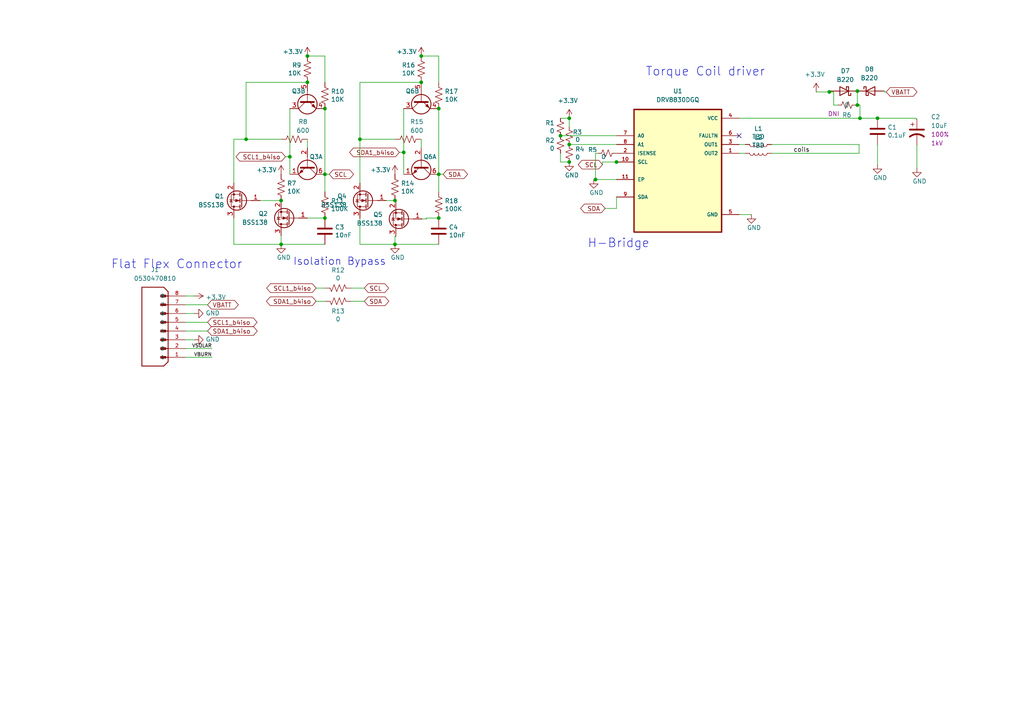
<source format=kicad_sch>
(kicad_sch (version 20230121) (generator eeschema)
  (paper "A4")
  (lib_symbols
    (symbol "Connector8_0530470810:0530470810" (pin_names (offset 1.016))
      (property "Reference" "J" (at 0 11.43 0))
      (property "Value" "0530470810" (at 0 -15.24 0))
      (symbol "0530470810_0_0"
        (polyline (pts (xy 0 -11.43) (xy 1.27 -12.7)) (stroke (width 0.254)))
        (polyline (pts (xy 0 -10.16) (xy 1.905 -10.16)) (stroke (width 0.254)))
        (polyline (pts (xy 0 -7.62) (xy 1.905 -7.62)) (stroke (width 0.254)))
        (polyline (pts (xy 0 -5.08) (xy 1.905 -5.08)) (stroke (width 0.254)))
        (polyline (pts (xy 0 -2.54) (xy 1.905 -2.54)) (stroke (width 0.254)))
        (polyline (pts (xy 0 0) (xy 1.905 0)) (stroke (width 0.254)))
        (polyline (pts (xy 0 2.54) (xy 1.905 2.54)) (stroke (width 0.254)))
        (polyline (pts (xy 0 5.08) (xy 1.905 5.08)) (stroke (width 0.254)))
        (polyline (pts (xy 0 7.62) (xy 0 -11.43)) (stroke (width 0.254)))
        (polyline (pts (xy 0 7.62) (xy 1.905 7.62)) (stroke (width 0.254)))
        (polyline (pts (xy 0 8.89) (xy 0 7.62)) (stroke (width 0.254)))
        (polyline (pts (xy 0 8.89) (xy 1.27 10.16)) (stroke (width 0.254)))
        (polyline (pts (xy 1.27 -12.7) (xy 7.62 -12.7)) (stroke (width 0.254)))
        (polyline (pts (xy 7.62 -12.7) (xy 7.62 10.16)) (stroke (width 0.254)))
        (polyline (pts (xy 7.62 10.16) (xy 1.27 10.16)) (stroke (width 0.254)))
        (rectangle (start 0.635 -10.4775) (end 2.2225 -9.8425) (stroke (width 0.1)) (fill (type outline)))
        (rectangle (start 0.635 -7.9375) (end 2.2225 -7.3025) (stroke (width 0.1)) (fill (type outline)))
        (rectangle (start 0.635 -5.3975) (end 2.2225 -4.7625) (stroke (width 0.1)) (fill (type outline)))
        (rectangle (start 0.635 -2.8575) (end 2.2225 -2.2225) (stroke (width 0.1)) (fill (type outline)))
        (rectangle (start 0.635 -0.3175) (end 2.2225 0.3175) (stroke (width 0.1)) (fill (type outline)))
        (rectangle (start 0.635 2.2225) (end 2.2225 2.8575) (stroke (width 0.1)) (fill (type outline)))
        (rectangle (start 0.635 4.7625) (end 2.2225 5.3975) (stroke (width 0.1)) (fill (type outline)))
        (rectangle (start 0.635 7.3025) (end 2.2225 7.9375) (stroke (width 0.1)) (fill (type outline)))
        (pin passive line (at -5.08 7.62 0) (length 5.08) (name "1") (number "1"))
        (pin passive line (at -5.08 5.08 0) (length 5.08) (name "2") (number "2"))
        (pin passive line (at -5.08 2.54 0) (length 5.08) (name "3") (number "3"))
        (pin passive line (at -5.08 0 0) (length 5.08) (name "4") (number "4"))
        (pin passive line (at -5.08 -2.54 0) (length 5.08) (name "5") (number "5"))
        (pin passive line (at -5.08 -5.08 0) (length 5.08) (name "6") (number "6"))
        (pin passive line (at -5.08 -7.62 0) (length 5.08) (name "7") (number "7"))
        (pin passive line (at -5.08 -10.16 0) (length 5.08) (name "8") (number "8"))
      )
    )
    (symbol "DRV8830DGQ:DRV8830DGQ" (pin_names (offset 1.016))
      (property "Reference" "U" (at -12.7 18.78 0))
      (property "Value" "DRV8830DGQ" (at -12.7 -21.78 0))
      (symbol "DRV8830DGQ_0_0"
        (rectangle (start -12.7 -17.78) (end 12.7 17.78) (stroke (width 0.41)) (fill (type background)))
        (pin output line (at 17.78 5.08 180) (length 5.08) (name "OUT2") (number "1"))
        (pin input line (at -17.78 2.54 0) (length 5.08) (name "SCL") (number "10"))
        (pin bidirectional line (at -17.78 -2.54 0) (length 5.08) (name "EP") (number "11"))
        (pin input line (at -17.78 5.08 0) (length 5.08) (name "ISENSE") (number "2"))
        (pin output line (at 17.78 7.62 180) (length 5.08) (name "OUT1") (number "3"))
        (pin power_in line (at 17.78 15.24 180) (length 5.08) (name "VCC") (number "4"))
        (pin power_in line (at 17.78 -12.7 180) (length 5.08) (name "GND") (number "5"))
        (pin output line (at 17.78 10.16 180) (length 5.08) (name "FAULTN") (number "6"))
        (pin input line (at -17.78 10.16 0) (length 5.08) (name "A0") (number "7"))
        (pin input line (at -17.78 7.62 0) (length 5.08) (name "A1") (number "8"))
        (pin bidirectional line (at -17.78 -7.62 0) (length 5.08) (name "SDA") (number "9"))
      )
    )
    (symbol "Device:C" (pin_numbers hide) (pin_names (offset 0.254))
      (property "Reference" "C" (at 0.635 2.54 0))
      (property "Value" "C" (at 0.635 -2.54 0))
      (symbol "C_0_1"
        (polyline (pts (xy -2.032 -0.762) (xy 2.032 -0.762)) (stroke (width 0.508)))
        (polyline (pts (xy -2.032 0.762) (xy 2.032 0.762)) (stroke (width 0.508)))
      )
      (symbol "C_1_1"
        (pin passive line (at 0 3.81 270) (length 2.794) (name "~") (number "1"))
        (pin passive line (at 0 -3.81 90) (length 2.794) (name "~") (number "2"))
      )
    )
    (symbol "Device:L" (pin_numbers hide) (pin_names (offset 1.016) hide)
      (property "Reference" "L" (at -1.27 0 90))
      (property "Value" "L" (at 1.905 0 90))
      (symbol "L_0_1"
        (arc (start 0 -2.54) (mid 0.6323 -1.905) (end 0 -1.27))
        (arc (start 0 -1.27) (mid 0.6323 -0.635) (end 0 0))
        (arc (start 0 0) (mid 0.6323 0.635) (end 0 1.27))
        (arc (start 0 1.27) (mid 0.6323 1.905) (end 0 2.54))
      )
      (symbol "L_1_1"
        (pin passive line (at 0 3.81 270) (length 1.27) (name "1") (number "1"))
        (pin passive line (at 0 -3.81 90) (length 1.27) (name "2") (number "2"))
      )
    )
    (symbol "Device:R_Small_US" (pin_numbers hide) (pin_names (offset 0.254) hide)
      (property "Reference" "R" (at 0.762 0.508 0))
      (property "Value" "R_Small_US" (at 0.762 -1.016 0))
      (symbol "R_Small_US_1_1"
        (polyline (pts (xy 0 0) (xy 1.016 -0.381) (xy 0 -0.762) (xy -1.016 -1.143) (xy 0 -1.524)))
        (polyline (pts (xy 0 1.524) (xy 1.016 1.143) (xy 0 0.762) (xy -1.016 0.381) (xy 0 0)))
        (pin passive line (at 0 2.54 270) (length 1.016) (name "~") (number "1"))
        (pin passive line (at 0 -2.54 90) (length 1.016) (name "~") (number "2"))
      )
    )
    (symbol "Device:R_US" (pin_numbers hide) (pin_names (offset 0))
      (property "Reference" "R" (at 2.54 0 90))
      (property "Value" "R_US" (at -2.54 0 90))
      (symbol "R_US_0_1"
        (polyline (pts (xy 0 -2.286) (xy 0 -2.54)))
        (polyline (pts (xy 0 2.286) (xy 0 2.54)))
        (polyline (pts (xy 0 -0.762) (xy 1.016 -1.143) (xy 0 -1.524) (xy -1.016 -1.905) (xy 0 -2.286)))
        (polyline (pts (xy 0 0.762) (xy 1.016 0.381) (xy 0 0) (xy -1.016 -0.381) (xy 0 -0.762)))
        (polyline (pts (xy 0 2.286) (xy 1.016 1.905) (xy 0 1.524) (xy -1.016 1.143) (xy 0 0.762)))
      )
      (symbol "R_US_1_1"
        (pin passive line (at 0 3.81 270) (length 1.27) (name "~") (number "1"))
        (pin passive line (at 0 -3.81 90) (length 1.27) (name "~") (number "2"))
      )
    )
    (symbol "Diode:B220" (pin_numbers hide) (pin_names (offset 1.016) hide)
      (property "Reference" "D" (at 0 2.54 0))
      (property "Value" "B220" (at 0 -2.54 0))
      (symbol "B220_0_1"
        (polyline (pts (xy 1.27 0) (xy -1.27 0)))
        (polyline (pts (xy 1.27 1.27) (xy 1.27 -1.27) (xy -1.27 0) (xy 1.27 1.27)) (stroke (width 0.254)))
        (polyline (pts (xy -1.905 0.635) (xy -1.905 1.27) (xy -1.27 1.27) (xy -1.27 -1.27) (xy -0.635 -1.27) (xy -0.635 -0.635)) (stroke (width 0.254)))
      )
      (symbol "B220_1_1"
        (pin passive line (at -3.81 0 0) (length 2.54) (name "K") (number "1"))
        (pin passive line (at 3.81 0 180) (length 2.54) (name "A") (number "2"))
      )
    )
    (symbol "SparkFun-Capacitor:C_Polarized" (pin_numbers hide) (pin_names (offset 0.254) hide)
      (property "Reference" "C" (at 0.635 2.54 0))
      (property "Value" "C_Polarized" (at 0.635 -2.54 0))
      (property "Tolerance" "100%" (at 0 -10.16 0))
      (property "Voltage" "1kV" (at 0 -7.62 0))
      (symbol "C_Polarized_0_1"
        (polyline (pts (xy -2.032 0.762) (xy 2.032 0.762)) (stroke (width 0.508)))
        (polyline (pts (xy -1.778 2.286) (xy -0.762 2.286)))
        (polyline (pts (xy -1.27 1.778) (xy -1.27 2.794)))
        (arc (start 2.032 -1.27) (mid 0 -0.5572) (end -2.032 -1.27) (stroke (width 0.508)))
      )
      (symbol "C_Polarized_1_1"
        (pin passive line (at 0 3.81 270) (length 2.794) (name "~") (number "1"))
        (pin passive line (at 0 -3.81 90) (length 3.302) (name "~") (number "2"))
      )
    )
    (symbol "Transistor_BJT:MBT2222ADW1T1" (pin_names (offset 0) hide)
      (property "Reference" "Q" (at 5.08 1.27 0))
      (property "Value" "MBT2222ADW1T1" (at 5.08 -1.27 0))
      (symbol "MBT2222ADW1T1_0_1"
        (polyline (pts (xy 0.635 0) (xy -2.54 0)))
        (polyline (pts (xy 0.635 0.635) (xy 2.54 2.54)))
        (polyline (pts (xy 0.635 -0.635) (xy 2.54 -2.54) (xy 2.54 -2.54)))
        (polyline (pts (xy 0.635 1.905) (xy 0.635 -1.905) (xy 0.635 -1.905)) (stroke (width 0.508)))
        (polyline (pts (xy 1.27 -1.778) (xy 1.778 -1.27) (xy 2.286 -2.286) (xy 1.27 -1.778) (xy 1.27 -1.778)) (fill (type outline)))
        (circle (center 1.27 0) (radius 2.8194) (stroke (width 0.254)))
      )
      (symbol "MBT2222ADW1T1_1_1"
        (pin passive line (at 2.54 -5.08 90) (length 2.54) (name "E1") (number "1"))
        (pin input line (at -5.08 0 0) (length 2.54) (name "B1") (number "2"))
        (pin passive line (at 2.54 5.08 270) (length 2.54) (name "C1") (number "6"))
      )
      (symbol "MBT2222ADW1T1_2_1"
        (pin passive line (at 2.54 5.08 270) (length 2.54) (name "C2") (number "3"))
        (pin passive line (at 2.54 -5.08 90) (length 2.54) (name "E2") (number "4"))
        (pin input line (at -5.08 0 0) (length 2.54) (name "B2") (number "5"))
      )
    )
    (symbol "Transistor_FET:BSS138" (pin_names hide)
      (property "Reference" "Q" (at 5.08 1.905 0))
      (property "Value" "BSS138" (at 5.08 0 0))
      (symbol "BSS138_0_1"
        (polyline (pts (xy 0.254 0) (xy -2.54 0)))
        (polyline (pts (xy 0.254 1.905) (xy 0.254 -1.905)) (stroke (width 0.254)))
        (polyline (pts (xy 0.762 -1.27) (xy 0.762 -2.286)) (stroke (width 0.254)))
        (polyline (pts (xy 0.762 0.508) (xy 0.762 -0.508)) (stroke (width 0.254)))
        (polyline (pts (xy 0.762 2.286) (xy 0.762 1.27)) (stroke (width 0.254)))
        (polyline (pts (xy 2.54 2.54) (xy 2.54 1.778)))
        (polyline (pts (xy 2.54 -2.54) (xy 2.54 0) (xy 0.762 0)))
        (polyline (pts (xy 0.762 -1.778) (xy 3.302 -1.778) (xy 3.302 1.778) (xy 0.762 1.778)))
        (polyline (pts (xy 1.016 0) (xy 2.032 0.381) (xy 2.032 -0.381) (xy 1.016 0)) (fill (type outline)))
        (polyline (pts (xy 2.794 0.508) (xy 2.921 0.381) (xy 3.683 0.381) (xy 3.81 0.254)))
        (polyline (pts (xy 3.302 0.381) (xy 2.921 -0.254) (xy 3.683 -0.254) (xy 3.302 0.381)))
        (circle (center 1.651 0) (radius 2.794) (stroke (width 0.254)))
        (circle (center 2.54 -1.778) (radius 0.254) (fill (type outline)))
        (circle (center 2.54 1.778) (radius 0.254) (fill (type outline)))
      )
      (symbol "BSS138_1_1"
        (pin input line (at -5.08 0 0) (length 2.54) (name "G") (number "1"))
        (pin passive line (at 2.54 -5.08 90) (length 2.54) (name "S") (number "2"))
        (pin passive line (at 2.54 5.08 270) (length 2.54) (name "D") (number "3"))
      )
    )
    (symbol "power:+3.3V" (power) (pin_names (offset 0))
      (property "Value" "+3.3V" (at 0 3.556 0))
      (symbol "+3.3V_0_1"
        (polyline (pts (xy -0.762 1.27) (xy 0 2.54)))
        (polyline (pts (xy 0 0) (xy 0 2.54)))
        (polyline (pts (xy 0 2.54) (xy 0.762 1.27)))
      )
      (symbol "+3.3V_1_1"
        (pin power_in line (at 0 0 90) (length 0) hide (name "+3.3V") (number "1"))
      )
    )
    (symbol "power:GND" (power) (pin_names (offset 0))
      (property "Value" "GND" (at 0 -3.81 0))
      (symbol "GND_0_1"
        (polyline (pts (xy 0 0) (xy 0 -1.27) (xy 1.27 -1.27) (xy 0 -2.54) (xy -1.27 -1.27) (xy 0 -1.27)))
      )
      (symbol "GND_1_1"
        (pin power_in line (at 0 0 270) (length 0) hide (name "GND") (number "1"))
      )
    )
  )
  (junction (at 162.56 39.37))
  (junction (at 81.534 70.866))
  (junction (at 81.534 58.166))
  (junction (at 114.554 70.866))
  (junction (at 89.154 16.256))
  (junction (at 117.094 44.196))
  (junction (at 84.074 45.466))
  (junction (at 127.254 63.246))
  (junction (at 71.374 40.386))
  (junction (at 165.1 41.91))
  (junction (at 94.234 50.546))
  (junction (at 127.254 50.546))
  (junction (at 114.554 58.166))
  (junction (at 122.174 16.256))
  (junction (at 122.174 23.876))
  (junction (at 178.816 46.99))
  (junction (at 249.428 34.29))
  (junction (at 94.234 31.496))
  (junction (at 165.1 46.99))
  (junction (at 104.394 40.386))
  (junction (at 127.254 31.496))
  (junction (at 248.666 26.416))
  (junction (at 172.72 52.07))
  (junction (at 240.538 26.67))
  (junction (at 254.508 34.29))
  (junction (at 94.234 63.246))
  (junction (at 89.154 23.876))
  (junction (at 165.1 34.29))
  (junction (at 248.666 30.48))
  (no_connect (at 214.376 39.37))
  (wire (pts (xy 104.394 23.876) (xy 122.174 23.876)))
  (wire (pts (xy 249.174 41.91) (xy 249.174 44.45)))
  (wire (pts (xy 175.514 60.452) (xy 178.816 60.452)))
  (wire (pts (xy 114.808 68.58) (xy 114.554 68.58)))
  (wire (pts (xy 254.508 41.91) (xy 254.508 47.752)))
  (wire (pts (xy 53.848 90.932) (xy 56.388 90.932)))
  (wire (pts (xy 256.54 26.416) (xy 256.54 26.67)))
  (wire (pts (xy 81.534 70.866) (xy 81.534 68.326)))
  (wire (pts (xy 248.158 30.48) (xy 248.666 30.48)))
  (wire (pts (xy 67.818 70.866) (xy 81.534 70.866)))
  (wire (pts (xy 162.56 46.99) (xy 165.1 46.99)))
  (wire (pts (xy 265.684 34.544) (xy 265.938 34.544)))
  (wire (pts (xy 127.254 16.256) (xy 122.174 16.256)))
  (wire (pts (xy 67.818 40.386) (xy 71.374 40.386)))
  (wire (pts (xy 214.376 41.91) (xy 216.154 41.91)))
  (wire (pts (xy 84.074 31.496) (xy 84.074 45.466)))
  (wire (pts (xy 223.774 41.91) (xy 249.174 41.91)))
  (wire (pts (xy 115.824 44.196) (xy 117.094 44.196)))
  (wire (pts (xy 174.752 46.99) (xy 174.752 47.752)))
  (wire (pts (xy 94.234 31.496) (xy 94.234 50.546)))
  (wire (pts (xy 128.524 50.546) (xy 127.254 50.546)))
  (wire (pts (xy 53.848 85.852) (xy 56.388 85.852)))
  (wire (pts (xy 172.72 52.07) (xy 178.816 52.07)))
  (wire (pts (xy 105.664 83.566) (xy 101.854 83.566)))
  (wire (pts (xy 84.074 45.466) (xy 84.074 50.546)))
  (wire (pts (xy 82.804 45.466) (xy 84.074 45.466)))
  (wire (pts (xy 214.376 62.23) (xy 217.932 62.23)))
  (wire (pts (xy 241.046 26.416) (xy 240.538 26.416)))
  (wire (pts (xy 104.394 53.086) (xy 104.394 40.386)))
  (wire (pts (xy 172.212 52.07) (xy 172.72 52.07)))
  (wire (pts (xy 122.428 63.5) (xy 123.698 63.5)))
  (wire (pts (xy 94.234 83.566) (xy 91.694 83.566)))
  (wire (pts (xy 53.848 101.092) (xy 61.468 101.092)))
  (wire (pts (xy 53.848 93.472) (xy 60.198 93.472)))
  (wire (pts (xy 117.094 31.496) (xy 117.094 44.196)))
  (wire (pts (xy 165.1 41.91) (xy 178.816 41.91)))
  (wire (pts (xy 178.562 44.45) (xy 178.816 44.45)))
  (wire (pts (xy 114.554 58.166) (xy 112.014 58.166)))
  (wire (pts (xy 89.154 63.246) (xy 94.234 63.246)))
  (wire (pts (xy 214.376 34.29) (xy 249.428 34.29)))
  (wire (pts (xy 94.234 23.876) (xy 94.234 16.256)))
  (wire (pts (xy 53.848 88.392) (xy 60.198 88.392)))
  (wire (pts (xy 178.816 60.452) (xy 178.816 57.15)))
  (wire (pts (xy 162.56 44.45) (xy 162.56 46.99)))
  (wire (pts (xy 123.698 63.5) (xy 123.698 63.246)))
  (wire (pts (xy 127.254 31.496) (xy 127.254 50.546)))
  (wire (pts (xy 94.234 87.376) (xy 91.694 87.376)))
  (wire (pts (xy 53.848 98.552) (xy 56.388 98.552)))
  (wire (pts (xy 53.848 103.632) (xy 61.468 103.632)))
  (wire (pts (xy 104.394 40.386) (xy 104.394 23.876)))
  (wire (pts (xy 114.554 40.386) (xy 104.394 40.386)))
  (wire (pts (xy 122.174 42.926) (xy 122.174 40.386)))
  (wire (pts (xy 240.538 26.416) (xy 240.538 26.67)))
  (wire (pts (xy 165.1 34.29) (xy 162.56 34.29)))
  (wire (pts (xy 71.374 23.876) (xy 71.374 40.386)))
  (wire (pts (xy 81.534 40.386) (xy 71.374 40.386)))
  (wire (pts (xy 95.504 50.546) (xy 94.234 50.546)))
  (wire (pts (xy 243.078 30.48) (xy 241.808 30.48)))
  (wire (pts (xy 127.254 55.626) (xy 127.254 50.546)))
  (wire (pts (xy 256.286 26.416) (xy 256.54 26.416)))
  (wire (pts (xy 214.376 44.45) (xy 216.154 44.45)))
  (wire (pts (xy 236.728 26.67) (xy 240.538 26.67)))
  (wire (pts (xy 53.848 96.012) (xy 60.198 96.012)))
  (wire (pts (xy 94.234 55.626) (xy 94.234 50.546)))
  (wire (pts (xy 162.56 39.37) (xy 178.816 39.37)))
  (wire (pts (xy 265.684 34.29) (xy 254.508 34.29)))
  (wire (pts (xy 240.538 26.67) (xy 241.808 26.67)))
  (wire (pts (xy 249.428 30.48) (xy 249.428 34.29)))
  (wire (pts (xy 241.808 30.48) (xy 241.808 26.67)))
  (wire (pts (xy 114.808 58.166) (xy 114.554 58.166)))
  (wire (pts (xy 75.438 58.166) (xy 81.534 58.166)))
  (wire (pts (xy 165.1 36.83) (xy 165.1 34.29)))
  (wire (pts (xy 89.154 42.926) (xy 89.154 40.386)))
  (wire (pts (xy 256.54 26.67) (xy 257.048 26.67)))
  (wire (pts (xy 127.254 70.866) (xy 114.554 70.866)))
  (wire (pts (xy 265.684 34.544) (xy 265.684 34.29)))
  (wire (pts (xy 81.534 70.866) (xy 94.234 70.866)))
  (wire (pts (xy 127.254 23.876) (xy 127.254 16.256)))
  (wire (pts (xy 71.374 23.876) (xy 89.154 23.876)))
  (wire (pts (xy 94.234 16.256) (xy 89.154 16.256)))
  (wire (pts (xy 105.664 87.376) (xy 101.854 87.376)))
  (wire (pts (xy 104.394 70.866) (xy 114.554 70.866)))
  (wire (pts (xy 114.808 58.42) (xy 114.808 58.166)))
  (wire (pts (xy 248.666 26.416) (xy 248.666 30.48)))
  (wire (pts (xy 178.816 46.99) (xy 174.752 46.99)))
  (wire (pts (xy 123.698 63.246) (xy 127.254 63.246)))
  (wire (pts (xy 248.666 30.48) (xy 249.428 30.48)))
  (wire (pts (xy 265.938 42.164) (xy 265.938 48.768)))
  (wire (pts (xy 172.72 44.45) (xy 172.72 52.07)))
  (wire (pts (xy 67.818 63.246) (xy 67.818 70.866)))
  (wire (pts (xy 172.72 44.45) (xy 173.482 44.45)))
  (wire (pts (xy 249.428 34.29) (xy 254.508 34.29)))
  (wire (pts (xy 117.094 44.196) (xy 117.094 50.546)))
  (wire (pts (xy 179.07 46.99) (xy 178.816 46.99)))
  (wire (pts (xy 249.174 44.45) (xy 223.774 44.45)))
  (wire (pts (xy 114.554 68.58) (xy 114.554 70.866)))
  (wire (pts (xy 104.394 63.246) (xy 104.394 70.866)))
  (wire (pts (xy 67.818 53.086) (xy 67.818 40.386)))
  (text "Flat Flex Connector" (at 70.358 78.232 0) (effects (font (size 2.54 2.54)) (justify right bottom)))
  (text "H-Bridge" (at 188.468 72.136 0) (effects (font (size 2.54 2.54)) (justify right bottom)))
  (text "Isolation Bypass" (at 112.014 77.216 0) (effects (font (size 2.159 2.159)) (justify right bottom)))
  (text "Torque Coil driver\n" (at 187.198 22.352 0) (effects (font (size 2.54 2.54)) (justify left bottom)))
  (label "coils" (at 230.124 44.45 0))
  (label "VBURN" (at 61.468 103.632 180) (effects (font (size 1.016 1.016))))
  (label "VSOLAR" (at 61.468 101.092 180) (effects (font (size 1.016 1.016))))
  (global_label "SCL1_b4iso" (shape bidirectional) (at 60.198 93.472 0) (property "Intersheetrefs" "${INTERSHEET_REFS}" (effects hide)))
  (global_label "SCL" (shape bidirectional) (at 95.504 50.546 0) (property "Intersheetrefs" "${INTERSHEET_REFS}" (effects hide)))
  (global_label "SDA1_b4iso" (shape bidirectional) (at 91.694 87.376 180) (property "Intersheetrefs" "${INTERSHEET_REFS}" (effects hide)))
  (global_label "VBATT" (shape bidirectional) (at 60.198 88.392 0) (property "Intersheetrefs" "${INTERSHEET_REFS}" (effects hide)))
  (global_label "SCL" (shape bidirectional) (at 174.752 47.752 180) (property "Intersheetrefs" "${INTERSHEET_REFS}" (effects hide)))
  (global_label "SCL1_b4iso" (shape bidirectional) (at 91.694 83.566 180) (property "Intersheetrefs" "${INTERSHEET_REFS}" (effects hide)))
  (global_label "SCL" (shape bidirectional) (at 105.664 83.566 0) (property "Intersheetrefs" "${INTERSHEET_REFS}" (effects hide)))
  (global_label "SDA" (shape bidirectional) (at 175.514 60.452 180) (property "Intersheetrefs" "${INTERSHEET_REFS}" (effects hide)))
  (global_label "SDA1_b4iso" (shape bidirectional) (at 60.198 96.012 0) (property "Intersheetrefs" "${INTERSHEET_REFS}" (effects hide)))
  (global_label "SCL1_b4iso" (shape bidirectional) (at 82.804 45.466 180) (property "Intersheetrefs" "${INTERSHEET_REFS}" (effects hide)))
  (global_label "SDA" (shape bidirectional) (at 128.524 50.546 0) (property "Intersheetrefs" "${INTERSHEET_REFS}" (effects hide)))
  (global_label "SDA1_b4iso" (shape bidirectional) (at 115.824 44.196 180) (property "Intersheetrefs" "${INTERSHEET_REFS}" (effects hide)))
  (global_label "VBATT" (shape bidirectional) (at 257.048 26.67 0) (property "Intersheetrefs" "${INTERSHEET_REFS}" (effects hide)))
  (global_label "SDA" (shape bidirectional) (at 105.664 87.376 0) (property "Intersheetrefs" "${INTERSHEET_REFS}" (effects hide)))
  (symbol (lib_id "Device:R_US") (at 127.254 59.436 180) (unit 1)
    (property "Reference" "R18" (at 128.9812 58.2676 0) (effects (justify right)))
    (property "Value" "100K" (at 128.9812 60.579 0) (effects (justify right)))
    (property "Footprint" "Resistor_SMD:R_0603_1608Metric" (effects hide))
  )
  (symbol (lib_id "power:GND") (at 172.212 52.07 0) (mirror y) (unit 1)
    (property "Reference" "#PWR03" (effects hide))
    (property "Value" "GND" (at 170.942 55.88 0) (effects (justify right)))
  )
  (symbol (lib_id "Device:R_US") (at 81.534 54.356 180) (unit 1)
    (property "Reference" "R7" (at 83.2612 53.1876 0) (effects (justify right)))
    (property "Value" "10K" (at 83.2612 55.499 0) (effects (justify right)))
    (property "Footprint" "Resistor_SMD:R_0603_1608Metric" (effects hide))
  )
  (symbol (lib_id "power:GND") (at 81.534 70.866 0) (mirror y) (unit 1)
    (property "Reference" "#PWR013" (effects hide))
    (property "Value" "GND" (at 80.264 74.676 0) (effects (justify right)))
  )
  (symbol (lib_id "power:GND") (at 56.388 98.552 90) (unit 1)
    (property "Reference" "#PWR011" (effects hide))
    (property "Value" "GND" (at 59.6392 98.425 90) (effects (justify right)))
  )
  (symbol (lib_id "Device:R_US") (at 122.174 20.066 0) (unit 1)
    (property "Reference" "R16" (at 120.4468 18.8976 0) (effects (justify right)))
    (property "Value" "10K" (at 120.4468 21.209 0) (effects (justify right)))
    (property "Footprint" "Resistor_SMD:R_0603_1608Metric" (effects hide))
  )
  (symbol (lib_id "Device:R_Small_US") (at 162.56 36.83 180) (unit 1)
    (property "Reference" "R1" (at 160.8582 35.6616 0) (effects (justify left)))
    (property "Value" "0" (at 160.8582 37.973 0) (effects (justify left)))
    (property "Footprint" "Resistor_SMD:R_0402_1005Metric" (effects hide))
  )
  (symbol (lib_id "power:+3.3V") (at 56.388 85.852 270) (unit 1)
    (property "Reference" "#PWR09" (effects hide))
    (property "Value" "+3.3V" (at 59.6392 86.233 90) (effects (justify left)))
  )
  (symbol (lib_id "Transistor_FET:BSS138") (at 117.348 63.5 180) (unit 1)
    (property "Reference" "Q5" (at 110.998 62.23 0) (effects (justify left)))
    (property "Value" "BSS138" (at 110.998 64.77 0) (effects (justify left)))
    (property "Footprint" "Package_TO_SOT_SMD:SOT-23" (effects hide))
    (property "Datasheet" "https://www.onsemi.com/pub/Collateral/BSS138-D.PDF" (effects hide))
  )
  (symbol (lib_id "Device:R_Small_US") (at 162.56 41.91 180) (unit 1)
    (property "Reference" "R2" (at 160.8582 40.7416 0) (effects (justify left)))
    (property "Value" "0" (at 160.8582 43.053 0) (effects (justify left)))
    (property "Footprint" "Resistor_SMD:R_0402_1005Metric" (effects hide))
  )
  (symbol (lib_id "SparkFun-Capacitor:C_Polarized") (at 265.938 38.354 0) (unit 1)
    (property "Reference" "C2" (at 270.002 33.909 0) (effects (justify left)))
    (property "Value" "10uF" (at 270.002 36.449 0) (effects (justify left)))
    (property "Footprint" "Capacitor_SMD:C_0805_2012Metric" (effects hide))
    (property "Datasheet" "[link text](https://cdn.sparkfun.com/assets/8/a/4/a/5/Kemet_Capacitor_Datasheet.pdf)" (effects hide))
    (property "PROD_ID" "CAP-00000" (effects hide))
    (property "Tolerance" "100%" (at 270.002 38.989 0) (effects (justify left)))
    (property "Voltage" "1kV" (at 270.002 41.529 0) (effects (justify left)))
  )
  (symbol (lib_id "Device:R_US") (at 114.554 54.356 180) (unit 1)
    (property "Reference" "R14" (at 116.2812 53.1876 0) (effects (justify right)))
    (property "Value" "10K" (at 116.2812 55.499 0) (effects (justify right)))
    (property "Footprint" "Resistor_SMD:R_0603_1608Metric" (effects hide))
  )
  (symbol (lib_id "Transistor_BJT:MBT2222ADW1T1") (at 89.154 48.006 270) (unit 1)
    (property "Reference" "Q3" (at 91.694 45.466 90))
    (property "Value" "MBT2222ADW1T1" (effects hide))
    (property "Footprint" "Package_TO_SOT_SMD:SOT-363_SC-70-6" (effects hide))
    (property "Datasheet" "http://www.onsemi.com/pub_link/Collateral/MBT2222ADW1T1-D.PDF" (effects hide))
  )
  (symbol (lib_id "Transistor_FET:BSS138") (at 106.934 58.166 180) (unit 1)
    (property "Reference" "Q4" (at 100.584 56.896 0) (effects (justify left)))
    (property "Value" "BSS138" (at 100.584 59.436 0) (effects (justify left)))
    (property "Footprint" "Package_TO_SOT_SMD:SOT-23" (effects hide))
    (property "Datasheet" "https://www.onsemi.com/pub/Collateral/BSS138-D.PDF" (effects hide))
  )
  (symbol (lib_id "power:GND") (at 217.932 62.23 0) (mirror y) (unit 1)
    (property "Reference" "#PWR05" (effects hide))
    (property "Value" "GND" (at 216.662 66.04 0) (effects (justify right)))
  )
  (symbol (lib_id "Transistor_BJT:MBT2222ADW1T1") (at 89.154 28.956 90) (mirror x) (unit 2)
    (property "Reference" "Q3" (at 86.614 26.416 90))
    (property "Value" "MBT2222ADW1T1" (effects hide))
    (property "Footprint" "Package_TO_SOT_SMD:SOT-363_SC-70-6" (effects hide))
    (property "Datasheet" "http://www.onsemi.com/pub_link/Collateral/MBT2222ADW1T1-D.PDF" (effects hide))
  )
  (symbol (lib_id "power:GND") (at 165.1 46.99 0) (mirror y) (unit 1)
    (property "Reference" "#PWR02" (effects hide))
    (property "Value" "GND" (at 163.83 50.8 0) (effects (justify right)))
  )
  (symbol (lib_id "Device:R_US") (at 85.344 40.386 90) (unit 1)
    (property "Reference" "R8" (at 87.884 35.306 90))
    (property "Value" "600" (at 87.884 37.846 90))
    (property "Footprint" "Resistor_SMD:R_0603_1608Metric" (effects hide))
  )
  (symbol (lib_id "Device:R_Small_US") (at 176.022 44.45 270) (unit 1)
    (property "Reference" "R5" (at 173.228 43.434 90) (effects (justify right)))
    (property "Value" "0" (at 175.768 45.466 90) (effects (justify right)))
    (property "Footprint" "Resistor_SMD:R_0402_1005Metric" (effects hide))
  )
  (symbol (lib_id "power:+3.3V") (at 165.1 34.29 0) (mirror y) (unit 1)
    (property "Reference" "#PWR01" (effects hide))
    (property "Value" "+3.3V" (at 167.64 29.21 0) (effects (justify left)))
  )
  (symbol (lib_id "power:GND") (at 114.554 70.866 0) (mirror y) (unit 1)
    (property "Reference" "#PWR016" (effects hide))
    (property "Value" "GND" (at 113.284 74.676 0) (effects (justify right)))
  )
  (symbol (lib_id "power:GND") (at 254.508 47.752 0) (mirror y) (unit 1)
    (property "Reference" "#PWR07" (effects hide))
    (property "Value" "GND" (at 253.238 51.562 0) (effects (justify right)))
  )
  (symbol (lib_id "Device:R_Small_US") (at 165.1 44.45 180) (unit 1)
    (property "Reference" "R4" (at 166.8272 43.2816 0) (effects (justify right)))
    (property "Value" "0" (at 166.8272 45.593 0) (effects (justify right)))
    (property "Footprint" "Resistor_SMD:R_0402_1005Metric" (effects hide))
  )
  (symbol (lib_id "Device:L") (at 219.964 44.45 270) (unit 1)
    (property "Reference" "L2" (at 219.964 39.8526 90))
    (property "Value" "TBD" (at 219.964 42.164 90))
    (property "Footprint" "Inductor_SMD:L_0603_1608Metric" (effects hide))
  )
  (symbol (lib_id "Device:R_Small_US") (at 165.1 39.37 180) (unit 1)
    (property "Reference" "R3" (at 166.116 38.354 0) (effects (justify right)))
    (property "Value" "0" (at 166.8272 40.513 0) (effects (justify right)))
    (property "Footprint" "Resistor_SMD:R_0402_1005Metric" (effects hide))
  )
  (symbol (lib_id "Transistor_FET:BSS138") (at 84.074 63.246 180) (unit 1)
    (property "Reference" "Q2" (at 77.724 61.976 0) (effects (justify left)))
    (property "Value" "BSS138" (at 77.724 64.516 0) (effects (justify left)))
    (property "Footprint" "Package_TO_SOT_SMD:SOT-23" (effects hide))
    (property "Datasheet" "https://www.onsemi.com/pub/Collateral/BSS138-D.PDF" (effects hide))
  )
  (symbol (lib_id "Diode:B220") (at 252.476 26.416 0) (unit 1)
    (property "Reference" "D8" (at 252.1585 20.066 0))
    (property "Value" "B220" (at 252.1585 22.606 0))
    (property "Footprint" "Diode_SMD:D_SMB" (effects hide))
    (property "Datasheet" "http://www.jameco.com/Jameco/Products/ProdDS/1538777.pdf" (effects hide))
  )
  (symbol (lib_id "DRV8830DGQ:DRV8830DGQ") (at 196.596 49.53 0) (unit 1)
    (property "Reference" "U1" (at 196.596 26.416 0))
    (property "Value" "DRV8830DGQ" (at 196.596 28.956 0))
    (property "Footprint" "DRV8830DGQ:IC_XTR111AIDGQR" (effects hide))
    (property "MF" "Texas Instruments" (effects hide))
    (property "Description" "\n7-V, 1-A H-bridge motor driver with speed regulation and I2C control\n" (effects hide))
    (property "Package" "HVSSOP-10 Texas Instruments" (effects hide))
    (property "Price" "None" (effects hide))
    (property "SnapEDA_Link" "https://www.snapeda.com/parts/DRV8830DGQ/Texas+Instruments/view-part/?ref=snap" (effects hide))
    (property "MP" "DRV8830DGQ" (effects hide))
    (property "Purchase-URL" "https://www.snapeda.com/api/url_track_click_mouser/?unipart_id=44532&manufacturer=Texas Instruments&part_name=DRV8830DGQ&search_term=drv8830" (effects hide))
    (property "Availability" "In Stock" (effects hide))
    (property "Check_prices" "https://www.snapeda.com/parts/DRV8830DGQ/Texas+Instruments/view-part/?ref=eda" (effects hide))
  )
  (symbol (lib_id "power:+3.3V") (at 236.728 26.67 0) (mirror y) (unit 1)
    (property "Reference" "#PWR06" (effects hide))
    (property "Value" "+3.3V" (at 239.268 21.59 0) (effects (justify left)))
  )
  (symbol (lib_id "Transistor_FET:BSS138") (at 70.358 58.166 180) (unit 1)
    (property "Reference" "Q1" (at 65.024 56.896 0) (effects (justify left)))
    (property "Value" "BSS138" (at 65.024 59.436 0) (effects (justify left)))
    (property "Footprint" "Package_TO_SOT_SMD:SOT-23" (effects hide))
    (property "Datasheet" "https://www.onsemi.com/pub/Collateral/BSS138-D.PDF" (effects hide))
  )
  (symbol (lib_id "power:+3.3V") (at 114.554 50.546 0) (mirror y) (unit 1)
    (property "Reference" "#PWR015" (effects hide))
    (property "Value" "+3.3V" (at 113.284 49.276 0) (effects (justify left)))
  )
  (symbol (lib_id "power:+3.3V") (at 81.534 50.546 0) (mirror y) (unit 1)
    (property "Reference" "#PWR012" (effects hide))
    (property "Value" "+3.3V" (at 80.264 49.276 0) (effects (justify left)))
  )
  (symbol (lib_id "Device:R_Small_US") (at 245.618 30.48 90) (unit 1)
    (property "Reference" "R6" (at 245.618 33.3502 90))
    (property "Value" "0" (at 245.618 30.48 90))
    (property "Footprint" "Resistor_SMD:R_0603_1608Metric" (effects hide))
    (property "DNI" "DNI" (at 241.808 33.02 90))
  )
  (symbol (lib_id "Device:C") (at 127.254 67.056 0) (unit 1)
    (property "Reference" "C4" (at 130.175 65.913 0) (effects (justify left)))
    (property "Value" "10nF" (at 130.175 68.199 0) (effects (justify left)))
    (property "Footprint" "Capacitor_SMD:C_0603_1608Metric" (effects hide))
  )
  (symbol (lib_id "Diode:B220") (at 244.856 26.416 180) (unit 1)
    (property "Reference" "D7" (at 245.1735 20.574 0))
    (property "Value" "B220" (at 245.1735 23.114 0))
    (property "Footprint" "Diode_SMD:D_SMB" (effects hide))
    (property "Datasheet" "http://www.jameco.com/Jameco/Products/ProdDS/1538777.pdf" (effects hide))
  )
  (symbol (lib_id "Connector8_0530470810:0530470810") (at 48.768 96.012 180) (unit 1)
    (property "Reference" "J1" (at 44.958 78.232 0))
    (property "Value" "0530470810" (at 44.958 80.772 0))
    (property "Footprint" "0530470810:MOLEX_0530470810" (effects hide))
    (property "MF" "Molex" (effects hide))
    (property "MAXIMUM_PACKAGE_HEIGHT" "4.2 mm" (effects hide))
    (property "Package" "None" (effects hide))
    (property "Price" "None" (effects hide))
    (property "Check_prices" "https://www.snapeda.com/parts/0530470810/Molex/view-part/?ref=eda" (effects hide))
    (property "STANDARD" "Manufacturer Recommendations" (effects hide))
    (property "PARTREV" "B" (effects hide))
    (property "SnapEDA_Link" "https://www.snapeda.com/parts/0530470810/Molex/view-part/?ref=snap" (effects hide))
    (property "MP" "0530470810" (effects hide))
    (property "Purchase-URL" "https://www.snapeda.com/api/url_track_click_mouser/?unipart_id=625510&manufacturer=Molex&part_name=0530470810&search_term=connector 8" (effects hide))
    (property "Description" "\nPicoblade Connector, 8 Circuit Single Row, Vertical Throughole PCB\n" (effects hide))
    (property "Availability" "In Stock" (effects hide))
    (property "MANUFACTURER" "Molex" (effects hide))
  )
  (symbol (lib_id "power:GND") (at 56.388 90.932 90) (unit 1)
    (property "Reference" "#PWR010" (effects hide))
    (property "Value" "GND" (at 59.6392 90.805 90) (effects (justify right)))
  )
  (symbol (lib_id "Transistor_BJT:MBT2222ADW1T1") (at 122.174 28.956 90) (mirror x) (unit 2)
    (property "Reference" "Q6" (at 119.634 26.416 90))
    (property "Value" "MBT2222ADW1T1" (effects hide))
    (property "Footprint" "Package_TO_SOT_SMD:SOT-363_SC-70-6" (effects hide))
    (property "Datasheet" "http://www.onsemi.com/pub_link/Collateral/MBT2222ADW1T1-D.PDF" (effects hide))
  )
  (symbol (lib_id "power:+3.3V") (at 122.174 16.256 0) (mirror y) (unit 1)
    (property "Reference" "#PWR017" (effects hide))
    (property "Value" "+3.3V" (at 120.904 14.986 0) (effects (justify left)))
  )
  (symbol (lib_id "Device:C") (at 94.234 67.056 0) (unit 1)
    (property "Reference" "C3" (at 97.155 65.913 0) (effects (justify left)))
    (property "Value" "10nF" (at 97.155 68.199 0) (effects (justify left)))
    (property "Footprint" "Capacitor_SMD:C_0603_1608Metric" (effects hide))
  )
  (symbol (lib_id "Device:R_US") (at 98.044 83.566 90) (mirror x) (unit 1)
    (property "Reference" "R12" (at 98.044 78.359 90))
    (property "Value" "0" (at 98.044 80.6704 90))
    (property "Footprint" "Resistor_SMD:R_0603_1608Metric" (effects hide))
  )
  (symbol (lib_id "Device:R_US") (at 118.364 40.386 270) (unit 1)
    (property "Reference" "R15" (at 120.904 35.306 90))
    (property "Value" "600" (at 120.904 37.846 90))
    (property "Footprint" "Resistor_SMD:R_0603_1608Metric" (effects hide))
  )
  (symbol (lib_id "Device:R_US") (at 127.254 27.686 180) (unit 1)
    (property "Reference" "R17" (at 128.9812 26.5176 0) (effects (justify right)))
    (property "Value" "10K" (at 128.9812 28.829 0) (effects (justify right)))
    (property "Footprint" "Resistor_SMD:R_0402_1005Metric" (effects hide))
  )
  (symbol (lib_id "Device:R_US") (at 94.234 59.436 180) (unit 1)
    (property "Reference" "R11" (at 95.9612 58.2676 0) (effects (justify right)))
    (property "Value" "100K" (at 95.9612 60.579 0) (effects (justify right)))
    (property "Footprint" "Resistor_SMD:R_0603_1608Metric" (effects hide))
  )
  (symbol (lib_id "Device:R_US") (at 98.044 87.376 90) (mirror x) (unit 1)
    (property "Reference" "R13" (at 98.044 90.2462 90))
    (property "Value" "0" (at 98.044 92.5576 90))
    (property "Footprint" "Resistor_SMD:R_0603_1608Metric" (effects hide))
  )
  (symbol (lib_id "Transistor_BJT:MBT2222ADW1T1") (at 122.174 48.006 270) (unit 1)
    (property "Reference" "Q6" (at 124.714 45.466 90))
    (property "Value" "MBT2222ADW1T1" (effects hide))
    (property "Footprint" "Package_TO_SOT_SMD:SOT-363_SC-70-6" (effects hide))
    (property "Datasheet" "http://www.onsemi.com/pub_link/Collateral/MBT2222ADW1T1-D.PDF" (effects hide))
  )
  (symbol (lib_id "power:GND") (at 265.938 48.768 0) (mirror y) (unit 1)
    (property "Reference" "#PWR08" (effects hide))
    (property "Value" "GND" (at 264.668 52.578 0) (effects (justify right)))
  )
  (symbol (lib_id "Device:R_US") (at 89.154 20.066 0) (unit 1)
    (property "Reference" "R9" (at 87.4268 18.8976 0) (effects (justify right)))
    (property "Value" "10K" (at 87.4268 21.209 0) (effects (justify right)))
    (property "Footprint" "Resistor_SMD:R_0603_1608Metric" (effects hide))
  )
  (symbol (lib_id "Device:R_US") (at 94.234 27.686 180) (unit 1)
    (property "Reference" "R10" (at 95.9612 26.5176 0) (effects (justify right)))
    (property "Value" "10K" (at 95.9612 28.829 0) (effects (justify right)))
    (property "Footprint" "Resistor_SMD:R_0402_1005Metric" (effects hide))
  )
  (symbol (lib_id "Device:C") (at 254.508 38.1 0) (unit 1)
    (property "Reference" "C1" (at 257.429 36.9316 0) (effects (justify left)))
    (property "Value" "0.1uF" (at 257.429 39.243 0) (effects (justify left)))
    (property "Footprint" "Capacitor_SMD:C_0402_1005Metric" (effects hide))
  )
  (symbol (lib_id "Device:L") (at 219.964 41.91 270) (unit 1)
    (property "Reference" "L1" (at 219.964 37.3126 90))
    (property "Value" "TBD" (at 219.964 39.624 90))
    (property "Footprint" "Inductor_SMD:L_0603_1608Metric" (effects hide))
  )
  (symbol (lib_id "power:+3.3V") (at 89.154 16.256 0) (mirror y) (unit 1)
    (property "Reference" "#PWR014" (effects hide))
    (property "Value" "+3.3V" (at 87.884 14.986 0) (effects (justify left)))
  )
)
</source>
